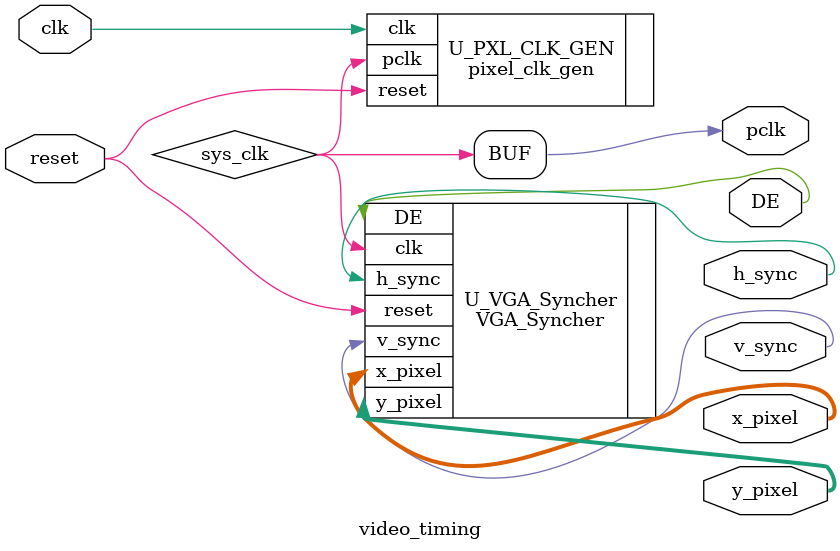
<source format=sv>
`timescale 1ns / 1ps

module video_timing (
    input  logic       clk,
    input  logic       reset,
    output logic       h_sync,
    output logic       v_sync,
    output logic       pclk,
    output logic       DE,
    output logic [9:0] x_pixel,
    output logic [9:0] y_pixel

);

    logic sys_clk;
    assign pclk = sys_clk;

    pixel_clk_gen U_PXL_CLK_GEN (
        .clk  (clk),
        .reset(reset),
        .pclk (sys_clk)
    );

    VGA_Syncher U_VGA_Syncher (
        .clk    (sys_clk),
        .reset  (reset),
        .h_sync (h_sync),
        .v_sync (v_sync),
        .DE     (DE),
        .x_pixel(x_pixel),
        .y_pixel(y_pixel)
    );
endmodule

</source>
